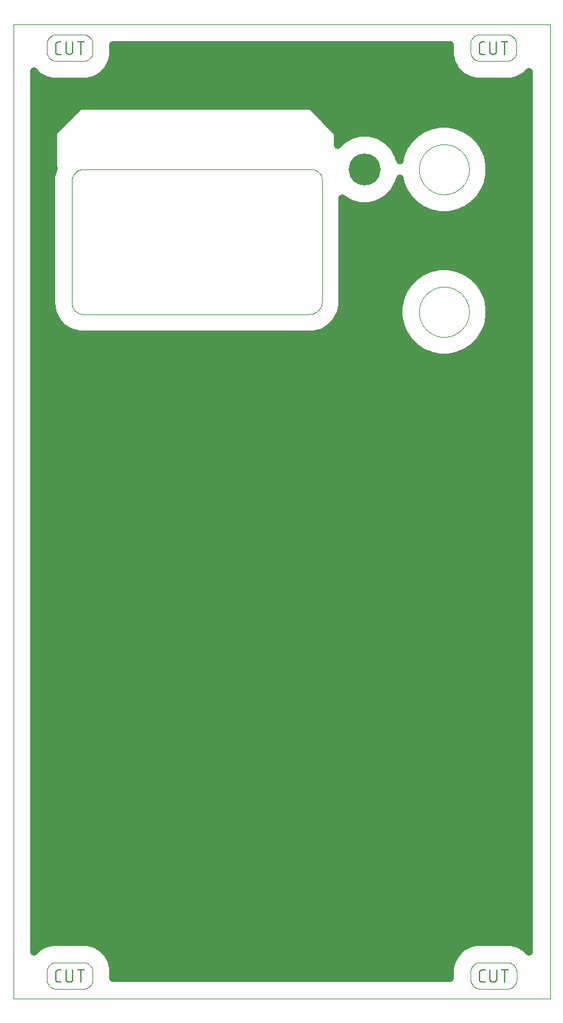
<source format=gbl>
G75*
%MOIN*%
%OFA0B0*%
%FSLAX25Y25*%
%IPPOS*%
%LPD*%
%AMOC8*
5,1,8,0,0,1.08239X$1,22.5*
%
%ADD10C,0.00000*%
%ADD11C,0.00600*%
%ADD12C,0.16598*%
%ADD13C,0.03937*%
%ADD14C,0.28409*%
%ADD15OC8,0.40220*%
D10*
X0003589Y0001000D02*
X0003589Y0507000D01*
X0282195Y0507000D01*
X0282195Y0001000D01*
X0003589Y0001000D01*
X0020912Y0011157D02*
X0020912Y0013205D01*
X0020912Y0015016D01*
X0020914Y0015153D01*
X0020920Y0015290D01*
X0020930Y0015427D01*
X0020943Y0015564D01*
X0020961Y0015700D01*
X0020982Y0015835D01*
X0021008Y0015970D01*
X0021037Y0016104D01*
X0021070Y0016237D01*
X0021107Y0016369D01*
X0021147Y0016500D01*
X0021191Y0016630D01*
X0021239Y0016759D01*
X0021291Y0016886D01*
X0021346Y0017011D01*
X0021405Y0017135D01*
X0021467Y0017257D01*
X0021533Y0017378D01*
X0021602Y0017496D01*
X0021674Y0017613D01*
X0021750Y0017727D01*
X0021829Y0017839D01*
X0021911Y0017949D01*
X0021997Y0018056D01*
X0022085Y0018161D01*
X0022176Y0018264D01*
X0022271Y0018363D01*
X0022368Y0018460D01*
X0022467Y0018555D01*
X0022570Y0018646D01*
X0022675Y0018734D01*
X0022782Y0018820D01*
X0022892Y0018902D01*
X0023004Y0018981D01*
X0023118Y0019057D01*
X0023235Y0019129D01*
X0023353Y0019198D01*
X0023474Y0019264D01*
X0023596Y0019326D01*
X0023720Y0019385D01*
X0023845Y0019440D01*
X0023972Y0019492D01*
X0024101Y0019540D01*
X0024231Y0019584D01*
X0024362Y0019624D01*
X0024494Y0019661D01*
X0024627Y0019694D01*
X0024761Y0019723D01*
X0024896Y0019749D01*
X0025031Y0019770D01*
X0025167Y0019788D01*
X0025304Y0019801D01*
X0025441Y0019811D01*
X0025578Y0019817D01*
X0025715Y0019819D01*
X0039809Y0019819D01*
X0039948Y0019817D01*
X0040087Y0019811D01*
X0040226Y0019801D01*
X0040364Y0019788D01*
X0040502Y0019770D01*
X0040640Y0019749D01*
X0040777Y0019724D01*
X0040913Y0019695D01*
X0041048Y0019662D01*
X0041182Y0019625D01*
X0041316Y0019585D01*
X0041448Y0019541D01*
X0041578Y0019493D01*
X0041707Y0019441D01*
X0041835Y0019386D01*
X0041961Y0019328D01*
X0042086Y0019266D01*
X0042209Y0019200D01*
X0042330Y0019131D01*
X0042448Y0019059D01*
X0042565Y0018983D01*
X0042680Y0018904D01*
X0042792Y0018822D01*
X0042902Y0018737D01*
X0043010Y0018648D01*
X0043115Y0018557D01*
X0043217Y0018463D01*
X0043317Y0018366D01*
X0043414Y0018266D01*
X0043508Y0018164D01*
X0043599Y0018059D01*
X0043688Y0017951D01*
X0043773Y0017841D01*
X0043855Y0017729D01*
X0043934Y0017614D01*
X0044010Y0017497D01*
X0044082Y0017379D01*
X0044151Y0017258D01*
X0044217Y0017135D01*
X0044279Y0017010D01*
X0044337Y0016884D01*
X0044392Y0016756D01*
X0044444Y0016627D01*
X0044492Y0016497D01*
X0044536Y0016365D01*
X0044576Y0016231D01*
X0044613Y0016097D01*
X0044646Y0015962D01*
X0044675Y0015826D01*
X0044700Y0015689D01*
X0044721Y0015551D01*
X0044739Y0015413D01*
X0044752Y0015275D01*
X0044762Y0015136D01*
X0044768Y0014997D01*
X0044770Y0014858D01*
X0044770Y0013165D01*
X0044770Y0011000D01*
X0044768Y0010861D01*
X0044762Y0010722D01*
X0044752Y0010583D01*
X0044739Y0010445D01*
X0044721Y0010307D01*
X0044700Y0010169D01*
X0044675Y0010032D01*
X0044646Y0009896D01*
X0044613Y0009761D01*
X0044576Y0009627D01*
X0044536Y0009493D01*
X0044492Y0009361D01*
X0044444Y0009231D01*
X0044392Y0009102D01*
X0044337Y0008974D01*
X0044279Y0008848D01*
X0044217Y0008723D01*
X0044151Y0008600D01*
X0044082Y0008479D01*
X0044010Y0008361D01*
X0043934Y0008244D01*
X0043855Y0008129D01*
X0043773Y0008017D01*
X0043688Y0007907D01*
X0043599Y0007799D01*
X0043508Y0007694D01*
X0043414Y0007592D01*
X0043317Y0007492D01*
X0043217Y0007395D01*
X0043115Y0007301D01*
X0043010Y0007210D01*
X0042902Y0007121D01*
X0042792Y0007036D01*
X0042680Y0006954D01*
X0042565Y0006875D01*
X0042448Y0006799D01*
X0042330Y0006727D01*
X0042209Y0006658D01*
X0042086Y0006592D01*
X0041961Y0006530D01*
X0041835Y0006472D01*
X0041707Y0006417D01*
X0041578Y0006365D01*
X0041448Y0006317D01*
X0041316Y0006273D01*
X0041182Y0006233D01*
X0041048Y0006196D01*
X0040913Y0006163D01*
X0040777Y0006134D01*
X0040640Y0006109D01*
X0040502Y0006088D01*
X0040364Y0006070D01*
X0040226Y0006057D01*
X0040087Y0006047D01*
X0039948Y0006041D01*
X0039809Y0006039D01*
X0026030Y0006039D01*
X0025889Y0006041D01*
X0025748Y0006047D01*
X0025607Y0006056D01*
X0025467Y0006070D01*
X0025327Y0006088D01*
X0025188Y0006109D01*
X0025049Y0006134D01*
X0024911Y0006163D01*
X0024774Y0006196D01*
X0024637Y0006232D01*
X0024502Y0006272D01*
X0024368Y0006316D01*
X0024235Y0006364D01*
X0024104Y0006415D01*
X0023974Y0006470D01*
X0023846Y0006529D01*
X0023719Y0006590D01*
X0023594Y0006656D01*
X0023471Y0006725D01*
X0023350Y0006797D01*
X0023231Y0006872D01*
X0023114Y0006951D01*
X0022999Y0007033D01*
X0022886Y0007118D01*
X0022776Y0007206D01*
X0022669Y0007297D01*
X0022564Y0007392D01*
X0022461Y0007489D01*
X0022362Y0007588D01*
X0022265Y0007691D01*
X0022170Y0007796D01*
X0022079Y0007903D01*
X0021991Y0008013D01*
X0021906Y0008126D01*
X0021824Y0008241D01*
X0021745Y0008358D01*
X0021670Y0008477D01*
X0021598Y0008598D01*
X0021529Y0008721D01*
X0021463Y0008846D01*
X0021402Y0008973D01*
X0021343Y0009101D01*
X0021288Y0009231D01*
X0021237Y0009362D01*
X0021189Y0009495D01*
X0021145Y0009629D01*
X0021105Y0009764D01*
X0021069Y0009901D01*
X0021036Y0010038D01*
X0021007Y0010176D01*
X0020982Y0010315D01*
X0020961Y0010454D01*
X0020943Y0010594D01*
X0020929Y0010734D01*
X0020920Y0010875D01*
X0020914Y0011016D01*
X0020912Y0011157D01*
X0039809Y0356512D02*
X0157132Y0356512D01*
X0157294Y0356514D01*
X0157455Y0356520D01*
X0157617Y0356530D01*
X0157778Y0356543D01*
X0157939Y0356561D01*
X0158099Y0356582D01*
X0158259Y0356608D01*
X0158418Y0356637D01*
X0158576Y0356670D01*
X0158734Y0356706D01*
X0158890Y0356747D01*
X0159046Y0356791D01*
X0159200Y0356840D01*
X0159353Y0356891D01*
X0159505Y0356947D01*
X0159656Y0357006D01*
X0159805Y0357069D01*
X0159952Y0357135D01*
X0160098Y0357205D01*
X0160242Y0357279D01*
X0160385Y0357356D01*
X0160525Y0357436D01*
X0160663Y0357520D01*
X0160800Y0357607D01*
X0160934Y0357697D01*
X0161066Y0357790D01*
X0161196Y0357887D01*
X0161323Y0357987D01*
X0161448Y0358089D01*
X0161570Y0358195D01*
X0161690Y0358304D01*
X0161807Y0358415D01*
X0161922Y0358530D01*
X0162033Y0358647D01*
X0162142Y0358767D01*
X0162248Y0358889D01*
X0162350Y0359014D01*
X0162450Y0359141D01*
X0162547Y0359271D01*
X0162640Y0359403D01*
X0162730Y0359537D01*
X0162817Y0359674D01*
X0162901Y0359812D01*
X0162981Y0359952D01*
X0163058Y0360095D01*
X0163132Y0360239D01*
X0163202Y0360385D01*
X0163268Y0360532D01*
X0163331Y0360681D01*
X0163390Y0360832D01*
X0163446Y0360984D01*
X0163497Y0361137D01*
X0163546Y0361291D01*
X0163590Y0361447D01*
X0163631Y0361603D01*
X0163667Y0361761D01*
X0163700Y0361919D01*
X0163729Y0362078D01*
X0163755Y0362238D01*
X0163776Y0362398D01*
X0163794Y0362559D01*
X0163807Y0362720D01*
X0163817Y0362882D01*
X0163823Y0363043D01*
X0163825Y0363205D01*
X0163825Y0424622D01*
X0163825Y0426197D01*
X0163823Y0426344D01*
X0163817Y0426490D01*
X0163807Y0426637D01*
X0163794Y0426783D01*
X0163776Y0426929D01*
X0163755Y0427074D01*
X0163730Y0427218D01*
X0163700Y0427362D01*
X0163668Y0427505D01*
X0163631Y0427647D01*
X0163590Y0427788D01*
X0163546Y0427928D01*
X0163498Y0428067D01*
X0163447Y0428204D01*
X0163391Y0428340D01*
X0163332Y0428475D01*
X0163270Y0428607D01*
X0163204Y0428739D01*
X0163135Y0428868D01*
X0163062Y0428995D01*
X0162986Y0429121D01*
X0162906Y0429244D01*
X0162823Y0429365D01*
X0162738Y0429484D01*
X0162648Y0429601D01*
X0162556Y0429715D01*
X0162461Y0429827D01*
X0162363Y0429936D01*
X0162262Y0430042D01*
X0162158Y0430146D01*
X0162052Y0430247D01*
X0161943Y0430345D01*
X0161831Y0430440D01*
X0161717Y0430532D01*
X0161600Y0430622D01*
X0161481Y0430707D01*
X0161360Y0430790D01*
X0161237Y0430870D01*
X0161111Y0430946D01*
X0160984Y0431019D01*
X0160855Y0431088D01*
X0160723Y0431154D01*
X0160591Y0431216D01*
X0160456Y0431275D01*
X0160320Y0431331D01*
X0160183Y0431382D01*
X0160044Y0431430D01*
X0159904Y0431474D01*
X0159763Y0431515D01*
X0159621Y0431552D01*
X0159478Y0431584D01*
X0159334Y0431614D01*
X0159190Y0431639D01*
X0159045Y0431660D01*
X0158899Y0431678D01*
X0158753Y0431691D01*
X0158606Y0431701D01*
X0158460Y0431707D01*
X0158313Y0431709D01*
X0039809Y0431709D01*
X0039657Y0431707D01*
X0039505Y0431701D01*
X0039353Y0431691D01*
X0039202Y0431678D01*
X0039051Y0431660D01*
X0038900Y0431639D01*
X0038750Y0431613D01*
X0038601Y0431584D01*
X0038452Y0431551D01*
X0038305Y0431514D01*
X0038158Y0431474D01*
X0038013Y0431429D01*
X0037869Y0431381D01*
X0037726Y0431329D01*
X0037584Y0431274D01*
X0037444Y0431215D01*
X0037305Y0431152D01*
X0037168Y0431086D01*
X0037033Y0431016D01*
X0036900Y0430943D01*
X0036769Y0430866D01*
X0036639Y0430786D01*
X0036512Y0430703D01*
X0036387Y0430617D01*
X0036264Y0430527D01*
X0036144Y0430434D01*
X0036026Y0430338D01*
X0035910Y0430239D01*
X0035797Y0430137D01*
X0035687Y0430033D01*
X0035579Y0429925D01*
X0035475Y0429815D01*
X0035373Y0429702D01*
X0035274Y0429586D01*
X0035178Y0429468D01*
X0035085Y0429348D01*
X0034995Y0429225D01*
X0034909Y0429100D01*
X0034826Y0428973D01*
X0034746Y0428843D01*
X0034669Y0428712D01*
X0034596Y0428579D01*
X0034526Y0428444D01*
X0034460Y0428307D01*
X0034397Y0428168D01*
X0034338Y0428028D01*
X0034283Y0427886D01*
X0034231Y0427743D01*
X0034183Y0427599D01*
X0034138Y0427454D01*
X0034098Y0427307D01*
X0034061Y0427160D01*
X0034028Y0427011D01*
X0033999Y0426862D01*
X0033973Y0426712D01*
X0033952Y0426561D01*
X0033934Y0426410D01*
X0033921Y0426259D01*
X0033911Y0426107D01*
X0033905Y0425955D01*
X0033903Y0425803D01*
X0033904Y0425803D02*
X0033904Y0425016D01*
X0033904Y0363205D01*
X0033903Y0363205D02*
X0033886Y0363053D01*
X0033873Y0362901D01*
X0033864Y0362748D01*
X0033858Y0362595D01*
X0033857Y0362442D01*
X0033860Y0362290D01*
X0033866Y0362137D01*
X0033876Y0361984D01*
X0033891Y0361832D01*
X0033909Y0361680D01*
X0033931Y0361529D01*
X0033957Y0361378D01*
X0033987Y0361228D01*
X0034020Y0361079D01*
X0034058Y0360931D01*
X0034099Y0360784D01*
X0034144Y0360637D01*
X0034193Y0360493D01*
X0034245Y0360349D01*
X0034302Y0360207D01*
X0034361Y0360066D01*
X0034425Y0359927D01*
X0034492Y0359789D01*
X0034562Y0359654D01*
X0034636Y0359520D01*
X0034714Y0359388D01*
X0034794Y0359258D01*
X0034878Y0359130D01*
X0034966Y0359005D01*
X0035056Y0358881D01*
X0035150Y0358760D01*
X0035246Y0358642D01*
X0035346Y0358526D01*
X0035449Y0358413D01*
X0035554Y0358302D01*
X0035662Y0358194D01*
X0035773Y0358089D01*
X0035887Y0357987D01*
X0036004Y0357887D01*
X0036122Y0357791D01*
X0036244Y0357698D01*
X0036367Y0357608D01*
X0036493Y0357521D01*
X0036621Y0357438D01*
X0036751Y0357357D01*
X0036884Y0357281D01*
X0037018Y0357207D01*
X0037154Y0357137D01*
X0037291Y0357071D01*
X0037431Y0357008D01*
X0037572Y0356949D01*
X0037714Y0356893D01*
X0037858Y0356841D01*
X0038003Y0356793D01*
X0038149Y0356748D01*
X0038297Y0356707D01*
X0038445Y0356670D01*
X0038594Y0356637D01*
X0038744Y0356608D01*
X0038895Y0356583D01*
X0039047Y0356561D01*
X0039198Y0356543D01*
X0039351Y0356530D01*
X0039503Y0356520D01*
X0039656Y0356514D01*
X0039809Y0356512D01*
X0039809Y0487929D02*
X0026030Y0487929D01*
X0025889Y0487931D01*
X0025748Y0487937D01*
X0025607Y0487946D01*
X0025467Y0487960D01*
X0025327Y0487978D01*
X0025188Y0487999D01*
X0025049Y0488024D01*
X0024911Y0488053D01*
X0024774Y0488086D01*
X0024637Y0488122D01*
X0024502Y0488162D01*
X0024368Y0488206D01*
X0024235Y0488254D01*
X0024104Y0488305D01*
X0023974Y0488360D01*
X0023846Y0488419D01*
X0023719Y0488480D01*
X0023594Y0488546D01*
X0023471Y0488615D01*
X0023350Y0488687D01*
X0023231Y0488762D01*
X0023114Y0488841D01*
X0022999Y0488923D01*
X0022886Y0489008D01*
X0022776Y0489096D01*
X0022669Y0489187D01*
X0022564Y0489282D01*
X0022461Y0489379D01*
X0022362Y0489478D01*
X0022265Y0489581D01*
X0022170Y0489686D01*
X0022079Y0489793D01*
X0021991Y0489903D01*
X0021906Y0490016D01*
X0021824Y0490131D01*
X0021745Y0490248D01*
X0021670Y0490367D01*
X0021598Y0490488D01*
X0021529Y0490611D01*
X0021463Y0490736D01*
X0021402Y0490863D01*
X0021343Y0490991D01*
X0021288Y0491121D01*
X0021237Y0491252D01*
X0021189Y0491385D01*
X0021145Y0491519D01*
X0021105Y0491654D01*
X0021069Y0491791D01*
X0021036Y0491928D01*
X0021007Y0492066D01*
X0020982Y0492205D01*
X0020961Y0492344D01*
X0020943Y0492484D01*
X0020929Y0492624D01*
X0020920Y0492765D01*
X0020914Y0492906D01*
X0020912Y0493047D01*
X0020912Y0495094D01*
X0020912Y0496906D01*
X0020914Y0497043D01*
X0020920Y0497180D01*
X0020930Y0497317D01*
X0020943Y0497454D01*
X0020961Y0497590D01*
X0020982Y0497725D01*
X0021008Y0497860D01*
X0021037Y0497994D01*
X0021070Y0498127D01*
X0021107Y0498259D01*
X0021147Y0498390D01*
X0021191Y0498520D01*
X0021239Y0498649D01*
X0021291Y0498776D01*
X0021346Y0498901D01*
X0021405Y0499025D01*
X0021467Y0499147D01*
X0021533Y0499268D01*
X0021602Y0499386D01*
X0021674Y0499503D01*
X0021750Y0499617D01*
X0021829Y0499729D01*
X0021911Y0499839D01*
X0021997Y0499946D01*
X0022085Y0500051D01*
X0022176Y0500154D01*
X0022271Y0500253D01*
X0022368Y0500350D01*
X0022467Y0500445D01*
X0022570Y0500536D01*
X0022675Y0500624D01*
X0022782Y0500710D01*
X0022892Y0500792D01*
X0023004Y0500871D01*
X0023118Y0500947D01*
X0023235Y0501019D01*
X0023353Y0501088D01*
X0023474Y0501154D01*
X0023596Y0501216D01*
X0023720Y0501275D01*
X0023845Y0501330D01*
X0023972Y0501382D01*
X0024101Y0501430D01*
X0024231Y0501474D01*
X0024362Y0501514D01*
X0024494Y0501551D01*
X0024627Y0501584D01*
X0024761Y0501613D01*
X0024896Y0501639D01*
X0025031Y0501660D01*
X0025167Y0501678D01*
X0025304Y0501691D01*
X0025441Y0501701D01*
X0025578Y0501707D01*
X0025715Y0501709D01*
X0039809Y0501709D01*
X0039948Y0501707D01*
X0040087Y0501701D01*
X0040226Y0501691D01*
X0040364Y0501678D01*
X0040502Y0501660D01*
X0040640Y0501639D01*
X0040777Y0501614D01*
X0040913Y0501585D01*
X0041048Y0501552D01*
X0041182Y0501515D01*
X0041316Y0501475D01*
X0041448Y0501431D01*
X0041578Y0501383D01*
X0041707Y0501331D01*
X0041835Y0501276D01*
X0041961Y0501218D01*
X0042086Y0501156D01*
X0042209Y0501090D01*
X0042330Y0501021D01*
X0042448Y0500949D01*
X0042565Y0500873D01*
X0042680Y0500794D01*
X0042792Y0500712D01*
X0042902Y0500627D01*
X0043010Y0500538D01*
X0043115Y0500447D01*
X0043217Y0500353D01*
X0043317Y0500256D01*
X0043414Y0500156D01*
X0043508Y0500054D01*
X0043599Y0499949D01*
X0043688Y0499841D01*
X0043773Y0499731D01*
X0043855Y0499619D01*
X0043934Y0499504D01*
X0044010Y0499387D01*
X0044082Y0499269D01*
X0044151Y0499148D01*
X0044217Y0499025D01*
X0044279Y0498900D01*
X0044337Y0498774D01*
X0044392Y0498646D01*
X0044444Y0498517D01*
X0044492Y0498387D01*
X0044536Y0498255D01*
X0044576Y0498121D01*
X0044613Y0497987D01*
X0044646Y0497852D01*
X0044675Y0497716D01*
X0044700Y0497579D01*
X0044721Y0497441D01*
X0044739Y0497303D01*
X0044752Y0497165D01*
X0044762Y0497026D01*
X0044768Y0496887D01*
X0044770Y0496748D01*
X0044770Y0495055D01*
X0044770Y0492890D01*
X0044768Y0492751D01*
X0044762Y0492612D01*
X0044752Y0492473D01*
X0044739Y0492335D01*
X0044721Y0492197D01*
X0044700Y0492059D01*
X0044675Y0491922D01*
X0044646Y0491786D01*
X0044613Y0491651D01*
X0044576Y0491517D01*
X0044536Y0491383D01*
X0044492Y0491251D01*
X0044444Y0491121D01*
X0044392Y0490992D01*
X0044337Y0490864D01*
X0044279Y0490738D01*
X0044217Y0490613D01*
X0044151Y0490490D01*
X0044082Y0490369D01*
X0044010Y0490251D01*
X0043934Y0490134D01*
X0043855Y0490019D01*
X0043773Y0489907D01*
X0043688Y0489797D01*
X0043599Y0489689D01*
X0043508Y0489584D01*
X0043414Y0489482D01*
X0043317Y0489382D01*
X0043217Y0489285D01*
X0043115Y0489191D01*
X0043010Y0489100D01*
X0042902Y0489011D01*
X0042792Y0488926D01*
X0042680Y0488844D01*
X0042565Y0488765D01*
X0042448Y0488689D01*
X0042330Y0488617D01*
X0042209Y0488548D01*
X0042086Y0488482D01*
X0041961Y0488420D01*
X0041835Y0488362D01*
X0041707Y0488307D01*
X0041578Y0488255D01*
X0041448Y0488207D01*
X0041316Y0488163D01*
X0041182Y0488123D01*
X0041048Y0488086D01*
X0040913Y0488053D01*
X0040777Y0488024D01*
X0040640Y0487999D01*
X0040502Y0487978D01*
X0040364Y0487960D01*
X0040226Y0487947D01*
X0040087Y0487937D01*
X0039948Y0487931D01*
X0039809Y0487929D01*
X0214219Y0431709D02*
X0214223Y0432028D01*
X0214235Y0432346D01*
X0214254Y0432665D01*
X0214282Y0432982D01*
X0214317Y0433299D01*
X0214360Y0433615D01*
X0214410Y0433930D01*
X0214469Y0434244D01*
X0214535Y0434556D01*
X0214608Y0434866D01*
X0214690Y0435174D01*
X0214778Y0435480D01*
X0214875Y0435784D01*
X0214978Y0436086D01*
X0215090Y0436385D01*
X0215208Y0436681D01*
X0215334Y0436974D01*
X0215466Y0437264D01*
X0215606Y0437550D01*
X0215753Y0437833D01*
X0215907Y0438113D01*
X0216067Y0438388D01*
X0216235Y0438660D01*
X0216409Y0438927D01*
X0216589Y0439190D01*
X0216776Y0439448D01*
X0216969Y0439702D01*
X0217168Y0439951D01*
X0217373Y0440195D01*
X0217585Y0440434D01*
X0217802Y0440668D01*
X0218024Y0440896D01*
X0218252Y0441118D01*
X0218486Y0441335D01*
X0218725Y0441547D01*
X0218969Y0441752D01*
X0219218Y0441951D01*
X0219472Y0442144D01*
X0219730Y0442331D01*
X0219993Y0442511D01*
X0220260Y0442685D01*
X0220532Y0442853D01*
X0220807Y0443013D01*
X0221087Y0443167D01*
X0221370Y0443314D01*
X0221656Y0443454D01*
X0221946Y0443586D01*
X0222239Y0443712D01*
X0222535Y0443830D01*
X0222834Y0443942D01*
X0223136Y0444045D01*
X0223440Y0444142D01*
X0223746Y0444230D01*
X0224054Y0444312D01*
X0224364Y0444385D01*
X0224676Y0444451D01*
X0224990Y0444510D01*
X0225305Y0444560D01*
X0225621Y0444603D01*
X0225938Y0444638D01*
X0226255Y0444666D01*
X0226574Y0444685D01*
X0226892Y0444697D01*
X0227211Y0444701D01*
X0227530Y0444697D01*
X0227848Y0444685D01*
X0228167Y0444666D01*
X0228484Y0444638D01*
X0228801Y0444603D01*
X0229117Y0444560D01*
X0229432Y0444510D01*
X0229746Y0444451D01*
X0230058Y0444385D01*
X0230368Y0444312D01*
X0230676Y0444230D01*
X0230982Y0444142D01*
X0231286Y0444045D01*
X0231588Y0443942D01*
X0231887Y0443830D01*
X0232183Y0443712D01*
X0232476Y0443586D01*
X0232766Y0443454D01*
X0233052Y0443314D01*
X0233335Y0443167D01*
X0233615Y0443013D01*
X0233890Y0442853D01*
X0234162Y0442685D01*
X0234429Y0442511D01*
X0234692Y0442331D01*
X0234950Y0442144D01*
X0235204Y0441951D01*
X0235453Y0441752D01*
X0235697Y0441547D01*
X0235936Y0441335D01*
X0236170Y0441118D01*
X0236398Y0440896D01*
X0236620Y0440668D01*
X0236837Y0440434D01*
X0237049Y0440195D01*
X0237254Y0439951D01*
X0237453Y0439702D01*
X0237646Y0439448D01*
X0237833Y0439190D01*
X0238013Y0438927D01*
X0238187Y0438660D01*
X0238355Y0438388D01*
X0238515Y0438113D01*
X0238669Y0437833D01*
X0238816Y0437550D01*
X0238956Y0437264D01*
X0239088Y0436974D01*
X0239214Y0436681D01*
X0239332Y0436385D01*
X0239444Y0436086D01*
X0239547Y0435784D01*
X0239644Y0435480D01*
X0239732Y0435174D01*
X0239814Y0434866D01*
X0239887Y0434556D01*
X0239953Y0434244D01*
X0240012Y0433930D01*
X0240062Y0433615D01*
X0240105Y0433299D01*
X0240140Y0432982D01*
X0240168Y0432665D01*
X0240187Y0432346D01*
X0240199Y0432028D01*
X0240203Y0431709D01*
X0240199Y0431390D01*
X0240187Y0431072D01*
X0240168Y0430753D01*
X0240140Y0430436D01*
X0240105Y0430119D01*
X0240062Y0429803D01*
X0240012Y0429488D01*
X0239953Y0429174D01*
X0239887Y0428862D01*
X0239814Y0428552D01*
X0239732Y0428244D01*
X0239644Y0427938D01*
X0239547Y0427634D01*
X0239444Y0427332D01*
X0239332Y0427033D01*
X0239214Y0426737D01*
X0239088Y0426444D01*
X0238956Y0426154D01*
X0238816Y0425868D01*
X0238669Y0425585D01*
X0238515Y0425305D01*
X0238355Y0425030D01*
X0238187Y0424758D01*
X0238013Y0424491D01*
X0237833Y0424228D01*
X0237646Y0423970D01*
X0237453Y0423716D01*
X0237254Y0423467D01*
X0237049Y0423223D01*
X0236837Y0422984D01*
X0236620Y0422750D01*
X0236398Y0422522D01*
X0236170Y0422300D01*
X0235936Y0422083D01*
X0235697Y0421871D01*
X0235453Y0421666D01*
X0235204Y0421467D01*
X0234950Y0421274D01*
X0234692Y0421087D01*
X0234429Y0420907D01*
X0234162Y0420733D01*
X0233890Y0420565D01*
X0233615Y0420405D01*
X0233335Y0420251D01*
X0233052Y0420104D01*
X0232766Y0419964D01*
X0232476Y0419832D01*
X0232183Y0419706D01*
X0231887Y0419588D01*
X0231588Y0419476D01*
X0231286Y0419373D01*
X0230982Y0419276D01*
X0230676Y0419188D01*
X0230368Y0419106D01*
X0230058Y0419033D01*
X0229746Y0418967D01*
X0229432Y0418908D01*
X0229117Y0418858D01*
X0228801Y0418815D01*
X0228484Y0418780D01*
X0228167Y0418752D01*
X0227848Y0418733D01*
X0227530Y0418721D01*
X0227211Y0418717D01*
X0226892Y0418721D01*
X0226574Y0418733D01*
X0226255Y0418752D01*
X0225938Y0418780D01*
X0225621Y0418815D01*
X0225305Y0418858D01*
X0224990Y0418908D01*
X0224676Y0418967D01*
X0224364Y0419033D01*
X0224054Y0419106D01*
X0223746Y0419188D01*
X0223440Y0419276D01*
X0223136Y0419373D01*
X0222834Y0419476D01*
X0222535Y0419588D01*
X0222239Y0419706D01*
X0221946Y0419832D01*
X0221656Y0419964D01*
X0221370Y0420104D01*
X0221087Y0420251D01*
X0220807Y0420405D01*
X0220532Y0420565D01*
X0220260Y0420733D01*
X0219993Y0420907D01*
X0219730Y0421087D01*
X0219472Y0421274D01*
X0219218Y0421467D01*
X0218969Y0421666D01*
X0218725Y0421871D01*
X0218486Y0422083D01*
X0218252Y0422300D01*
X0218024Y0422522D01*
X0217802Y0422750D01*
X0217585Y0422984D01*
X0217373Y0423223D01*
X0217168Y0423467D01*
X0216969Y0423716D01*
X0216776Y0423970D01*
X0216589Y0424228D01*
X0216409Y0424491D01*
X0216235Y0424758D01*
X0216067Y0425030D01*
X0215907Y0425305D01*
X0215753Y0425585D01*
X0215606Y0425868D01*
X0215466Y0426154D01*
X0215334Y0426444D01*
X0215208Y0426737D01*
X0215090Y0427033D01*
X0214978Y0427332D01*
X0214875Y0427634D01*
X0214778Y0427938D01*
X0214690Y0428244D01*
X0214608Y0428552D01*
X0214535Y0428862D01*
X0214469Y0429174D01*
X0214410Y0429488D01*
X0214360Y0429803D01*
X0214317Y0430119D01*
X0214282Y0430436D01*
X0214254Y0430753D01*
X0214235Y0431072D01*
X0214223Y0431390D01*
X0214219Y0431709D01*
X0245991Y0487929D02*
X0259770Y0487929D01*
X0259909Y0487931D01*
X0260048Y0487937D01*
X0260187Y0487947D01*
X0260325Y0487960D01*
X0260463Y0487978D01*
X0260601Y0487999D01*
X0260738Y0488024D01*
X0260874Y0488053D01*
X0261009Y0488086D01*
X0261143Y0488123D01*
X0261277Y0488163D01*
X0261409Y0488207D01*
X0261539Y0488255D01*
X0261668Y0488307D01*
X0261796Y0488362D01*
X0261922Y0488420D01*
X0262047Y0488482D01*
X0262170Y0488548D01*
X0262291Y0488617D01*
X0262409Y0488689D01*
X0262526Y0488765D01*
X0262641Y0488844D01*
X0262753Y0488926D01*
X0262863Y0489011D01*
X0262971Y0489100D01*
X0263076Y0489191D01*
X0263178Y0489285D01*
X0263278Y0489382D01*
X0263375Y0489482D01*
X0263469Y0489584D01*
X0263560Y0489689D01*
X0263649Y0489797D01*
X0263734Y0489907D01*
X0263816Y0490019D01*
X0263895Y0490134D01*
X0263971Y0490251D01*
X0264043Y0490369D01*
X0264112Y0490490D01*
X0264178Y0490613D01*
X0264240Y0490738D01*
X0264298Y0490864D01*
X0264353Y0490992D01*
X0264405Y0491121D01*
X0264453Y0491251D01*
X0264497Y0491383D01*
X0264537Y0491517D01*
X0264574Y0491651D01*
X0264607Y0491786D01*
X0264636Y0491922D01*
X0264661Y0492059D01*
X0264682Y0492197D01*
X0264700Y0492335D01*
X0264713Y0492473D01*
X0264723Y0492612D01*
X0264729Y0492751D01*
X0264731Y0492890D01*
X0264731Y0495055D01*
X0264731Y0496748D01*
X0264729Y0496887D01*
X0264723Y0497026D01*
X0264713Y0497165D01*
X0264700Y0497303D01*
X0264682Y0497441D01*
X0264661Y0497579D01*
X0264636Y0497716D01*
X0264607Y0497852D01*
X0264574Y0497987D01*
X0264537Y0498121D01*
X0264497Y0498255D01*
X0264453Y0498387D01*
X0264405Y0498517D01*
X0264353Y0498646D01*
X0264298Y0498774D01*
X0264240Y0498900D01*
X0264178Y0499025D01*
X0264112Y0499148D01*
X0264043Y0499269D01*
X0263971Y0499387D01*
X0263895Y0499504D01*
X0263816Y0499619D01*
X0263734Y0499731D01*
X0263649Y0499841D01*
X0263560Y0499949D01*
X0263469Y0500054D01*
X0263375Y0500156D01*
X0263278Y0500256D01*
X0263178Y0500353D01*
X0263076Y0500447D01*
X0262971Y0500538D01*
X0262863Y0500627D01*
X0262753Y0500712D01*
X0262641Y0500794D01*
X0262526Y0500873D01*
X0262409Y0500949D01*
X0262291Y0501021D01*
X0262170Y0501090D01*
X0262047Y0501156D01*
X0261922Y0501218D01*
X0261796Y0501276D01*
X0261668Y0501331D01*
X0261539Y0501383D01*
X0261409Y0501431D01*
X0261277Y0501475D01*
X0261143Y0501515D01*
X0261009Y0501552D01*
X0260874Y0501585D01*
X0260738Y0501614D01*
X0260601Y0501639D01*
X0260463Y0501660D01*
X0260325Y0501678D01*
X0260187Y0501691D01*
X0260048Y0501701D01*
X0259909Y0501707D01*
X0259770Y0501709D01*
X0245676Y0501709D01*
X0245539Y0501707D01*
X0245402Y0501701D01*
X0245265Y0501691D01*
X0245128Y0501678D01*
X0244992Y0501660D01*
X0244857Y0501639D01*
X0244722Y0501613D01*
X0244588Y0501584D01*
X0244455Y0501551D01*
X0244323Y0501514D01*
X0244192Y0501474D01*
X0244062Y0501430D01*
X0243933Y0501382D01*
X0243806Y0501330D01*
X0243681Y0501275D01*
X0243557Y0501216D01*
X0243435Y0501154D01*
X0243314Y0501088D01*
X0243196Y0501019D01*
X0243079Y0500947D01*
X0242965Y0500871D01*
X0242853Y0500792D01*
X0242743Y0500710D01*
X0242636Y0500624D01*
X0242531Y0500536D01*
X0242428Y0500445D01*
X0242329Y0500350D01*
X0242232Y0500253D01*
X0242137Y0500154D01*
X0242046Y0500051D01*
X0241958Y0499946D01*
X0241872Y0499839D01*
X0241790Y0499729D01*
X0241711Y0499617D01*
X0241635Y0499503D01*
X0241563Y0499386D01*
X0241494Y0499268D01*
X0241428Y0499147D01*
X0241366Y0499025D01*
X0241307Y0498901D01*
X0241252Y0498776D01*
X0241200Y0498649D01*
X0241152Y0498520D01*
X0241108Y0498390D01*
X0241068Y0498259D01*
X0241031Y0498127D01*
X0240998Y0497994D01*
X0240969Y0497860D01*
X0240943Y0497725D01*
X0240922Y0497590D01*
X0240904Y0497454D01*
X0240891Y0497317D01*
X0240881Y0497180D01*
X0240875Y0497043D01*
X0240873Y0496906D01*
X0240872Y0496906D02*
X0240872Y0495094D01*
X0240872Y0493047D01*
X0240873Y0493047D02*
X0240875Y0492906D01*
X0240881Y0492765D01*
X0240890Y0492624D01*
X0240904Y0492484D01*
X0240922Y0492344D01*
X0240943Y0492205D01*
X0240968Y0492066D01*
X0240997Y0491928D01*
X0241030Y0491791D01*
X0241066Y0491654D01*
X0241106Y0491519D01*
X0241150Y0491385D01*
X0241198Y0491252D01*
X0241249Y0491121D01*
X0241304Y0490991D01*
X0241363Y0490863D01*
X0241424Y0490736D01*
X0241490Y0490611D01*
X0241559Y0490488D01*
X0241631Y0490367D01*
X0241706Y0490248D01*
X0241785Y0490131D01*
X0241867Y0490016D01*
X0241952Y0489903D01*
X0242040Y0489793D01*
X0242131Y0489686D01*
X0242226Y0489581D01*
X0242323Y0489478D01*
X0242422Y0489379D01*
X0242525Y0489282D01*
X0242630Y0489187D01*
X0242737Y0489096D01*
X0242847Y0489008D01*
X0242960Y0488923D01*
X0243075Y0488841D01*
X0243192Y0488762D01*
X0243311Y0488687D01*
X0243432Y0488615D01*
X0243555Y0488546D01*
X0243680Y0488480D01*
X0243807Y0488419D01*
X0243935Y0488360D01*
X0244065Y0488305D01*
X0244196Y0488254D01*
X0244329Y0488206D01*
X0244463Y0488162D01*
X0244598Y0488122D01*
X0244735Y0488086D01*
X0244872Y0488053D01*
X0245010Y0488024D01*
X0245149Y0487999D01*
X0245288Y0487978D01*
X0245428Y0487960D01*
X0245568Y0487946D01*
X0245709Y0487937D01*
X0245850Y0487931D01*
X0245991Y0487929D01*
X0214219Y0357693D02*
X0214223Y0358012D01*
X0214235Y0358330D01*
X0214254Y0358649D01*
X0214282Y0358966D01*
X0214317Y0359283D01*
X0214360Y0359599D01*
X0214410Y0359914D01*
X0214469Y0360228D01*
X0214535Y0360540D01*
X0214608Y0360850D01*
X0214690Y0361158D01*
X0214778Y0361464D01*
X0214875Y0361768D01*
X0214978Y0362070D01*
X0215090Y0362369D01*
X0215208Y0362665D01*
X0215334Y0362958D01*
X0215466Y0363248D01*
X0215606Y0363534D01*
X0215753Y0363817D01*
X0215907Y0364097D01*
X0216067Y0364372D01*
X0216235Y0364644D01*
X0216409Y0364911D01*
X0216589Y0365174D01*
X0216776Y0365432D01*
X0216969Y0365686D01*
X0217168Y0365935D01*
X0217373Y0366179D01*
X0217585Y0366418D01*
X0217802Y0366652D01*
X0218024Y0366880D01*
X0218252Y0367102D01*
X0218486Y0367319D01*
X0218725Y0367531D01*
X0218969Y0367736D01*
X0219218Y0367935D01*
X0219472Y0368128D01*
X0219730Y0368315D01*
X0219993Y0368495D01*
X0220260Y0368669D01*
X0220532Y0368837D01*
X0220807Y0368997D01*
X0221087Y0369151D01*
X0221370Y0369298D01*
X0221656Y0369438D01*
X0221946Y0369570D01*
X0222239Y0369696D01*
X0222535Y0369814D01*
X0222834Y0369926D01*
X0223136Y0370029D01*
X0223440Y0370126D01*
X0223746Y0370214D01*
X0224054Y0370296D01*
X0224364Y0370369D01*
X0224676Y0370435D01*
X0224990Y0370494D01*
X0225305Y0370544D01*
X0225621Y0370587D01*
X0225938Y0370622D01*
X0226255Y0370650D01*
X0226574Y0370669D01*
X0226892Y0370681D01*
X0227211Y0370685D01*
X0227530Y0370681D01*
X0227848Y0370669D01*
X0228167Y0370650D01*
X0228484Y0370622D01*
X0228801Y0370587D01*
X0229117Y0370544D01*
X0229432Y0370494D01*
X0229746Y0370435D01*
X0230058Y0370369D01*
X0230368Y0370296D01*
X0230676Y0370214D01*
X0230982Y0370126D01*
X0231286Y0370029D01*
X0231588Y0369926D01*
X0231887Y0369814D01*
X0232183Y0369696D01*
X0232476Y0369570D01*
X0232766Y0369438D01*
X0233052Y0369298D01*
X0233335Y0369151D01*
X0233615Y0368997D01*
X0233890Y0368837D01*
X0234162Y0368669D01*
X0234429Y0368495D01*
X0234692Y0368315D01*
X0234950Y0368128D01*
X0235204Y0367935D01*
X0235453Y0367736D01*
X0235697Y0367531D01*
X0235936Y0367319D01*
X0236170Y0367102D01*
X0236398Y0366880D01*
X0236620Y0366652D01*
X0236837Y0366418D01*
X0237049Y0366179D01*
X0237254Y0365935D01*
X0237453Y0365686D01*
X0237646Y0365432D01*
X0237833Y0365174D01*
X0238013Y0364911D01*
X0238187Y0364644D01*
X0238355Y0364372D01*
X0238515Y0364097D01*
X0238669Y0363817D01*
X0238816Y0363534D01*
X0238956Y0363248D01*
X0239088Y0362958D01*
X0239214Y0362665D01*
X0239332Y0362369D01*
X0239444Y0362070D01*
X0239547Y0361768D01*
X0239644Y0361464D01*
X0239732Y0361158D01*
X0239814Y0360850D01*
X0239887Y0360540D01*
X0239953Y0360228D01*
X0240012Y0359914D01*
X0240062Y0359599D01*
X0240105Y0359283D01*
X0240140Y0358966D01*
X0240168Y0358649D01*
X0240187Y0358330D01*
X0240199Y0358012D01*
X0240203Y0357693D01*
X0240199Y0357374D01*
X0240187Y0357056D01*
X0240168Y0356737D01*
X0240140Y0356420D01*
X0240105Y0356103D01*
X0240062Y0355787D01*
X0240012Y0355472D01*
X0239953Y0355158D01*
X0239887Y0354846D01*
X0239814Y0354536D01*
X0239732Y0354228D01*
X0239644Y0353922D01*
X0239547Y0353618D01*
X0239444Y0353316D01*
X0239332Y0353017D01*
X0239214Y0352721D01*
X0239088Y0352428D01*
X0238956Y0352138D01*
X0238816Y0351852D01*
X0238669Y0351569D01*
X0238515Y0351289D01*
X0238355Y0351014D01*
X0238187Y0350742D01*
X0238013Y0350475D01*
X0237833Y0350212D01*
X0237646Y0349954D01*
X0237453Y0349700D01*
X0237254Y0349451D01*
X0237049Y0349207D01*
X0236837Y0348968D01*
X0236620Y0348734D01*
X0236398Y0348506D01*
X0236170Y0348284D01*
X0235936Y0348067D01*
X0235697Y0347855D01*
X0235453Y0347650D01*
X0235204Y0347451D01*
X0234950Y0347258D01*
X0234692Y0347071D01*
X0234429Y0346891D01*
X0234162Y0346717D01*
X0233890Y0346549D01*
X0233615Y0346389D01*
X0233335Y0346235D01*
X0233052Y0346088D01*
X0232766Y0345948D01*
X0232476Y0345816D01*
X0232183Y0345690D01*
X0231887Y0345572D01*
X0231588Y0345460D01*
X0231286Y0345357D01*
X0230982Y0345260D01*
X0230676Y0345172D01*
X0230368Y0345090D01*
X0230058Y0345017D01*
X0229746Y0344951D01*
X0229432Y0344892D01*
X0229117Y0344842D01*
X0228801Y0344799D01*
X0228484Y0344764D01*
X0228167Y0344736D01*
X0227848Y0344717D01*
X0227530Y0344705D01*
X0227211Y0344701D01*
X0226892Y0344705D01*
X0226574Y0344717D01*
X0226255Y0344736D01*
X0225938Y0344764D01*
X0225621Y0344799D01*
X0225305Y0344842D01*
X0224990Y0344892D01*
X0224676Y0344951D01*
X0224364Y0345017D01*
X0224054Y0345090D01*
X0223746Y0345172D01*
X0223440Y0345260D01*
X0223136Y0345357D01*
X0222834Y0345460D01*
X0222535Y0345572D01*
X0222239Y0345690D01*
X0221946Y0345816D01*
X0221656Y0345948D01*
X0221370Y0346088D01*
X0221087Y0346235D01*
X0220807Y0346389D01*
X0220532Y0346549D01*
X0220260Y0346717D01*
X0219993Y0346891D01*
X0219730Y0347071D01*
X0219472Y0347258D01*
X0219218Y0347451D01*
X0218969Y0347650D01*
X0218725Y0347855D01*
X0218486Y0348067D01*
X0218252Y0348284D01*
X0218024Y0348506D01*
X0217802Y0348734D01*
X0217585Y0348968D01*
X0217373Y0349207D01*
X0217168Y0349451D01*
X0216969Y0349700D01*
X0216776Y0349954D01*
X0216589Y0350212D01*
X0216409Y0350475D01*
X0216235Y0350742D01*
X0216067Y0351014D01*
X0215907Y0351289D01*
X0215753Y0351569D01*
X0215606Y0351852D01*
X0215466Y0352138D01*
X0215334Y0352428D01*
X0215208Y0352721D01*
X0215090Y0353017D01*
X0214978Y0353316D01*
X0214875Y0353618D01*
X0214778Y0353922D01*
X0214690Y0354228D01*
X0214608Y0354536D01*
X0214535Y0354846D01*
X0214469Y0355158D01*
X0214410Y0355472D01*
X0214360Y0355787D01*
X0214317Y0356103D01*
X0214282Y0356420D01*
X0214254Y0356737D01*
X0214235Y0357056D01*
X0214223Y0357374D01*
X0214219Y0357693D01*
X0245794Y0019819D02*
X0259888Y0019819D01*
X0260027Y0019817D01*
X0260166Y0019811D01*
X0260305Y0019801D01*
X0260443Y0019788D01*
X0260581Y0019770D01*
X0260719Y0019749D01*
X0260856Y0019724D01*
X0260992Y0019695D01*
X0261127Y0019662D01*
X0261261Y0019625D01*
X0261395Y0019585D01*
X0261527Y0019541D01*
X0261657Y0019493D01*
X0261786Y0019441D01*
X0261914Y0019386D01*
X0262040Y0019328D01*
X0262165Y0019266D01*
X0262288Y0019200D01*
X0262409Y0019131D01*
X0262527Y0019059D01*
X0262644Y0018983D01*
X0262759Y0018904D01*
X0262871Y0018822D01*
X0262981Y0018737D01*
X0263089Y0018648D01*
X0263194Y0018557D01*
X0263296Y0018463D01*
X0263396Y0018366D01*
X0263493Y0018266D01*
X0263587Y0018164D01*
X0263678Y0018059D01*
X0263767Y0017951D01*
X0263852Y0017841D01*
X0263934Y0017729D01*
X0264013Y0017614D01*
X0264089Y0017497D01*
X0264161Y0017379D01*
X0264230Y0017258D01*
X0264296Y0017135D01*
X0264358Y0017010D01*
X0264416Y0016884D01*
X0264471Y0016756D01*
X0264523Y0016627D01*
X0264571Y0016497D01*
X0264615Y0016365D01*
X0264655Y0016231D01*
X0264692Y0016097D01*
X0264725Y0015962D01*
X0264754Y0015826D01*
X0264779Y0015689D01*
X0264800Y0015551D01*
X0264818Y0015413D01*
X0264831Y0015275D01*
X0264841Y0015136D01*
X0264847Y0014997D01*
X0264849Y0014858D01*
X0264849Y0013165D01*
X0264849Y0011000D01*
X0264847Y0010861D01*
X0264841Y0010722D01*
X0264831Y0010583D01*
X0264818Y0010445D01*
X0264800Y0010307D01*
X0264779Y0010169D01*
X0264754Y0010032D01*
X0264725Y0009896D01*
X0264692Y0009761D01*
X0264655Y0009627D01*
X0264615Y0009493D01*
X0264571Y0009361D01*
X0264523Y0009231D01*
X0264471Y0009102D01*
X0264416Y0008974D01*
X0264358Y0008848D01*
X0264296Y0008723D01*
X0264230Y0008600D01*
X0264161Y0008479D01*
X0264089Y0008361D01*
X0264013Y0008244D01*
X0263934Y0008129D01*
X0263852Y0008017D01*
X0263767Y0007907D01*
X0263678Y0007799D01*
X0263587Y0007694D01*
X0263493Y0007592D01*
X0263396Y0007492D01*
X0263296Y0007395D01*
X0263194Y0007301D01*
X0263089Y0007210D01*
X0262981Y0007121D01*
X0262871Y0007036D01*
X0262759Y0006954D01*
X0262644Y0006875D01*
X0262527Y0006799D01*
X0262409Y0006727D01*
X0262288Y0006658D01*
X0262165Y0006592D01*
X0262040Y0006530D01*
X0261914Y0006472D01*
X0261786Y0006417D01*
X0261657Y0006365D01*
X0261527Y0006317D01*
X0261395Y0006273D01*
X0261261Y0006233D01*
X0261127Y0006196D01*
X0260992Y0006163D01*
X0260856Y0006134D01*
X0260719Y0006109D01*
X0260581Y0006088D01*
X0260443Y0006070D01*
X0260305Y0006057D01*
X0260166Y0006047D01*
X0260027Y0006041D01*
X0259888Y0006039D01*
X0246109Y0006039D01*
X0245968Y0006041D01*
X0245827Y0006047D01*
X0245686Y0006056D01*
X0245546Y0006070D01*
X0245406Y0006088D01*
X0245267Y0006109D01*
X0245128Y0006134D01*
X0244990Y0006163D01*
X0244853Y0006196D01*
X0244716Y0006232D01*
X0244581Y0006272D01*
X0244447Y0006316D01*
X0244314Y0006364D01*
X0244183Y0006415D01*
X0244053Y0006470D01*
X0243925Y0006529D01*
X0243798Y0006590D01*
X0243673Y0006656D01*
X0243550Y0006725D01*
X0243429Y0006797D01*
X0243310Y0006872D01*
X0243193Y0006951D01*
X0243078Y0007033D01*
X0242965Y0007118D01*
X0242855Y0007206D01*
X0242748Y0007297D01*
X0242643Y0007392D01*
X0242540Y0007489D01*
X0242441Y0007588D01*
X0242344Y0007691D01*
X0242249Y0007796D01*
X0242158Y0007903D01*
X0242070Y0008013D01*
X0241985Y0008126D01*
X0241903Y0008241D01*
X0241824Y0008358D01*
X0241749Y0008477D01*
X0241677Y0008598D01*
X0241608Y0008721D01*
X0241542Y0008846D01*
X0241481Y0008973D01*
X0241422Y0009101D01*
X0241367Y0009231D01*
X0241316Y0009362D01*
X0241268Y0009495D01*
X0241224Y0009629D01*
X0241184Y0009764D01*
X0241148Y0009901D01*
X0241115Y0010038D01*
X0241086Y0010176D01*
X0241061Y0010315D01*
X0241040Y0010454D01*
X0241022Y0010594D01*
X0241008Y0010734D01*
X0240999Y0010875D01*
X0240993Y0011016D01*
X0240991Y0011157D01*
X0240991Y0013205D01*
X0240991Y0015016D01*
X0240993Y0015153D01*
X0240999Y0015290D01*
X0241009Y0015427D01*
X0241022Y0015564D01*
X0241040Y0015700D01*
X0241061Y0015835D01*
X0241087Y0015970D01*
X0241116Y0016104D01*
X0241149Y0016237D01*
X0241186Y0016369D01*
X0241226Y0016500D01*
X0241270Y0016630D01*
X0241318Y0016759D01*
X0241370Y0016886D01*
X0241425Y0017011D01*
X0241484Y0017135D01*
X0241546Y0017257D01*
X0241612Y0017378D01*
X0241681Y0017496D01*
X0241753Y0017613D01*
X0241829Y0017727D01*
X0241908Y0017839D01*
X0241990Y0017949D01*
X0242076Y0018056D01*
X0242164Y0018161D01*
X0242255Y0018264D01*
X0242350Y0018363D01*
X0242447Y0018460D01*
X0242546Y0018555D01*
X0242649Y0018646D01*
X0242754Y0018734D01*
X0242861Y0018820D01*
X0242971Y0018902D01*
X0243083Y0018981D01*
X0243197Y0019057D01*
X0243314Y0019129D01*
X0243432Y0019198D01*
X0243553Y0019264D01*
X0243675Y0019326D01*
X0243799Y0019385D01*
X0243924Y0019440D01*
X0244051Y0019492D01*
X0244180Y0019540D01*
X0244310Y0019584D01*
X0244441Y0019624D01*
X0244573Y0019661D01*
X0244706Y0019694D01*
X0244840Y0019723D01*
X0244975Y0019749D01*
X0245110Y0019770D01*
X0245246Y0019788D01*
X0245383Y0019801D01*
X0245520Y0019811D01*
X0245657Y0019817D01*
X0245794Y0019819D01*
D11*
X0247043Y0015968D02*
X0248466Y0015968D01*
X0247043Y0015967D02*
X0246969Y0015965D01*
X0246894Y0015959D01*
X0246821Y0015949D01*
X0246747Y0015936D01*
X0246675Y0015919D01*
X0246604Y0015897D01*
X0246533Y0015873D01*
X0246465Y0015844D01*
X0246397Y0015812D01*
X0246332Y0015776D01*
X0246269Y0015738D01*
X0246207Y0015695D01*
X0246148Y0015650D01*
X0246091Y0015602D01*
X0246037Y0015551D01*
X0245986Y0015496D01*
X0245938Y0015440D01*
X0245893Y0015381D01*
X0245850Y0015319D01*
X0245812Y0015256D01*
X0245776Y0015191D01*
X0245744Y0015123D01*
X0245715Y0015055D01*
X0245691Y0014984D01*
X0245669Y0014913D01*
X0245652Y0014841D01*
X0245639Y0014767D01*
X0245629Y0014694D01*
X0245623Y0014619D01*
X0245621Y0014545D01*
X0245621Y0010990D01*
X0245623Y0010916D01*
X0245629Y0010841D01*
X0245639Y0010768D01*
X0245652Y0010694D01*
X0245669Y0010622D01*
X0245691Y0010551D01*
X0245715Y0010480D01*
X0245744Y0010412D01*
X0245776Y0010344D01*
X0245812Y0010279D01*
X0245850Y0010216D01*
X0245893Y0010154D01*
X0245938Y0010095D01*
X0245986Y0010038D01*
X0246037Y0009984D01*
X0246091Y0009933D01*
X0246148Y0009885D01*
X0246207Y0009840D01*
X0246269Y0009797D01*
X0246332Y0009759D01*
X0246397Y0009723D01*
X0246465Y0009691D01*
X0246533Y0009662D01*
X0246604Y0009638D01*
X0246675Y0009616D01*
X0246747Y0009599D01*
X0246821Y0009586D01*
X0246894Y0009576D01*
X0246969Y0009570D01*
X0247043Y0009568D01*
X0248466Y0009568D01*
X0250970Y0011345D02*
X0250970Y0015968D01*
X0254526Y0015968D02*
X0254526Y0011345D01*
X0254524Y0011262D01*
X0254518Y0011179D01*
X0254508Y0011096D01*
X0254495Y0011013D01*
X0254477Y0010932D01*
X0254456Y0010851D01*
X0254431Y0010772D01*
X0254402Y0010694D01*
X0254370Y0010617D01*
X0254334Y0010542D01*
X0254295Y0010468D01*
X0254252Y0010397D01*
X0254206Y0010327D01*
X0254156Y0010260D01*
X0254104Y0010195D01*
X0254049Y0010133D01*
X0253990Y0010073D01*
X0253929Y0010016D01*
X0253866Y0009962D01*
X0253800Y0009911D01*
X0253731Y0009864D01*
X0253661Y0009819D01*
X0253588Y0009778D01*
X0253514Y0009741D01*
X0253438Y0009706D01*
X0253360Y0009676D01*
X0253282Y0009649D01*
X0253201Y0009626D01*
X0253120Y0009606D01*
X0253038Y0009591D01*
X0252956Y0009579D01*
X0252873Y0009571D01*
X0252790Y0009567D01*
X0252706Y0009567D01*
X0252623Y0009571D01*
X0252540Y0009579D01*
X0252458Y0009591D01*
X0252376Y0009606D01*
X0252295Y0009626D01*
X0252214Y0009649D01*
X0252136Y0009676D01*
X0252058Y0009706D01*
X0251982Y0009741D01*
X0251908Y0009778D01*
X0251835Y0009819D01*
X0251765Y0009864D01*
X0251696Y0009911D01*
X0251630Y0009962D01*
X0251567Y0010016D01*
X0251506Y0010073D01*
X0251447Y0010133D01*
X0251392Y0010195D01*
X0251340Y0010260D01*
X0251290Y0010327D01*
X0251244Y0010397D01*
X0251201Y0010468D01*
X0251162Y0010542D01*
X0251126Y0010617D01*
X0251094Y0010694D01*
X0251065Y0010772D01*
X0251040Y0010851D01*
X0251019Y0010932D01*
X0251001Y0011013D01*
X0250988Y0011096D01*
X0250978Y0011179D01*
X0250972Y0011262D01*
X0250970Y0011345D01*
X0256919Y0015968D02*
X0260475Y0015968D01*
X0258697Y0015968D02*
X0258697Y0009568D01*
X0040396Y0015968D02*
X0036840Y0015968D01*
X0038618Y0015968D02*
X0038618Y0009568D01*
X0034447Y0011345D02*
X0034447Y0015968D01*
X0034447Y0011345D02*
X0034445Y0011262D01*
X0034439Y0011179D01*
X0034429Y0011096D01*
X0034416Y0011013D01*
X0034398Y0010932D01*
X0034377Y0010851D01*
X0034352Y0010772D01*
X0034323Y0010694D01*
X0034291Y0010617D01*
X0034255Y0010542D01*
X0034216Y0010468D01*
X0034173Y0010397D01*
X0034127Y0010327D01*
X0034077Y0010260D01*
X0034025Y0010195D01*
X0033970Y0010133D01*
X0033911Y0010073D01*
X0033850Y0010016D01*
X0033787Y0009962D01*
X0033721Y0009911D01*
X0033652Y0009864D01*
X0033582Y0009819D01*
X0033509Y0009778D01*
X0033435Y0009741D01*
X0033359Y0009706D01*
X0033281Y0009676D01*
X0033203Y0009649D01*
X0033122Y0009626D01*
X0033041Y0009606D01*
X0032959Y0009591D01*
X0032877Y0009579D01*
X0032794Y0009571D01*
X0032711Y0009567D01*
X0032627Y0009567D01*
X0032544Y0009571D01*
X0032461Y0009579D01*
X0032379Y0009591D01*
X0032297Y0009606D01*
X0032216Y0009626D01*
X0032135Y0009649D01*
X0032057Y0009676D01*
X0031979Y0009706D01*
X0031903Y0009741D01*
X0031829Y0009778D01*
X0031756Y0009819D01*
X0031686Y0009864D01*
X0031617Y0009911D01*
X0031551Y0009962D01*
X0031488Y0010016D01*
X0031427Y0010073D01*
X0031368Y0010133D01*
X0031313Y0010195D01*
X0031261Y0010260D01*
X0031211Y0010327D01*
X0031165Y0010397D01*
X0031122Y0010468D01*
X0031083Y0010542D01*
X0031047Y0010617D01*
X0031015Y0010694D01*
X0030986Y0010772D01*
X0030961Y0010851D01*
X0030940Y0010932D01*
X0030922Y0011013D01*
X0030909Y0011096D01*
X0030899Y0011179D01*
X0030893Y0011262D01*
X0030891Y0011345D01*
X0030892Y0011345D02*
X0030892Y0015968D01*
X0028387Y0015968D02*
X0026965Y0015968D01*
X0026965Y0015967D02*
X0026891Y0015965D01*
X0026816Y0015959D01*
X0026743Y0015949D01*
X0026669Y0015936D01*
X0026597Y0015919D01*
X0026526Y0015897D01*
X0026455Y0015873D01*
X0026387Y0015844D01*
X0026319Y0015812D01*
X0026254Y0015776D01*
X0026191Y0015738D01*
X0026129Y0015695D01*
X0026070Y0015650D01*
X0026013Y0015602D01*
X0025959Y0015551D01*
X0025908Y0015496D01*
X0025860Y0015440D01*
X0025815Y0015381D01*
X0025772Y0015319D01*
X0025734Y0015256D01*
X0025698Y0015191D01*
X0025666Y0015123D01*
X0025637Y0015055D01*
X0025613Y0014984D01*
X0025591Y0014913D01*
X0025574Y0014841D01*
X0025561Y0014767D01*
X0025551Y0014694D01*
X0025545Y0014619D01*
X0025543Y0014545D01*
X0025543Y0010990D01*
X0025545Y0010916D01*
X0025551Y0010841D01*
X0025561Y0010768D01*
X0025574Y0010694D01*
X0025591Y0010622D01*
X0025613Y0010551D01*
X0025637Y0010480D01*
X0025666Y0010412D01*
X0025698Y0010344D01*
X0025734Y0010279D01*
X0025772Y0010216D01*
X0025815Y0010154D01*
X0025860Y0010095D01*
X0025908Y0010038D01*
X0025959Y0009984D01*
X0026013Y0009933D01*
X0026070Y0009885D01*
X0026129Y0009840D01*
X0026191Y0009797D01*
X0026254Y0009759D01*
X0026319Y0009723D01*
X0026387Y0009691D01*
X0026455Y0009662D01*
X0026526Y0009638D01*
X0026597Y0009616D01*
X0026669Y0009599D01*
X0026743Y0009586D01*
X0026816Y0009576D01*
X0026891Y0009570D01*
X0026965Y0009568D01*
X0028387Y0009568D01*
X0028387Y0491457D02*
X0026965Y0491457D01*
X0026965Y0491458D02*
X0026891Y0491460D01*
X0026816Y0491466D01*
X0026743Y0491476D01*
X0026669Y0491489D01*
X0026597Y0491506D01*
X0026526Y0491528D01*
X0026455Y0491552D01*
X0026387Y0491581D01*
X0026319Y0491613D01*
X0026254Y0491649D01*
X0026191Y0491687D01*
X0026129Y0491730D01*
X0026070Y0491775D01*
X0026013Y0491823D01*
X0025959Y0491874D01*
X0025908Y0491928D01*
X0025860Y0491985D01*
X0025815Y0492044D01*
X0025772Y0492106D01*
X0025734Y0492169D01*
X0025698Y0492234D01*
X0025666Y0492302D01*
X0025637Y0492370D01*
X0025613Y0492441D01*
X0025591Y0492512D01*
X0025574Y0492584D01*
X0025561Y0492658D01*
X0025551Y0492731D01*
X0025545Y0492806D01*
X0025543Y0492880D01*
X0025543Y0496435D01*
X0025545Y0496509D01*
X0025551Y0496584D01*
X0025561Y0496657D01*
X0025574Y0496731D01*
X0025591Y0496803D01*
X0025613Y0496874D01*
X0025637Y0496945D01*
X0025666Y0497013D01*
X0025698Y0497081D01*
X0025734Y0497146D01*
X0025772Y0497209D01*
X0025815Y0497271D01*
X0025860Y0497330D01*
X0025908Y0497386D01*
X0025959Y0497441D01*
X0026013Y0497492D01*
X0026070Y0497540D01*
X0026129Y0497585D01*
X0026191Y0497628D01*
X0026254Y0497666D01*
X0026319Y0497702D01*
X0026387Y0497734D01*
X0026455Y0497763D01*
X0026526Y0497787D01*
X0026597Y0497809D01*
X0026669Y0497826D01*
X0026743Y0497839D01*
X0026816Y0497849D01*
X0026891Y0497855D01*
X0026965Y0497857D01*
X0028387Y0497857D01*
X0030892Y0497857D02*
X0030892Y0493235D01*
X0030891Y0493235D02*
X0030893Y0493152D01*
X0030899Y0493069D01*
X0030909Y0492986D01*
X0030922Y0492903D01*
X0030940Y0492822D01*
X0030961Y0492741D01*
X0030986Y0492662D01*
X0031015Y0492584D01*
X0031047Y0492507D01*
X0031083Y0492432D01*
X0031122Y0492358D01*
X0031165Y0492287D01*
X0031211Y0492217D01*
X0031261Y0492150D01*
X0031313Y0492085D01*
X0031368Y0492023D01*
X0031427Y0491963D01*
X0031488Y0491906D01*
X0031551Y0491852D01*
X0031617Y0491801D01*
X0031686Y0491754D01*
X0031756Y0491709D01*
X0031829Y0491668D01*
X0031903Y0491631D01*
X0031979Y0491596D01*
X0032057Y0491566D01*
X0032135Y0491539D01*
X0032216Y0491516D01*
X0032297Y0491496D01*
X0032379Y0491481D01*
X0032461Y0491469D01*
X0032544Y0491461D01*
X0032627Y0491457D01*
X0032711Y0491457D01*
X0032794Y0491461D01*
X0032877Y0491469D01*
X0032959Y0491481D01*
X0033041Y0491496D01*
X0033122Y0491516D01*
X0033203Y0491539D01*
X0033281Y0491566D01*
X0033359Y0491596D01*
X0033435Y0491631D01*
X0033509Y0491668D01*
X0033582Y0491709D01*
X0033652Y0491754D01*
X0033721Y0491801D01*
X0033787Y0491852D01*
X0033850Y0491906D01*
X0033911Y0491963D01*
X0033970Y0492023D01*
X0034025Y0492085D01*
X0034077Y0492150D01*
X0034127Y0492217D01*
X0034173Y0492287D01*
X0034216Y0492358D01*
X0034255Y0492432D01*
X0034291Y0492507D01*
X0034323Y0492584D01*
X0034352Y0492662D01*
X0034377Y0492741D01*
X0034398Y0492822D01*
X0034416Y0492903D01*
X0034429Y0492986D01*
X0034439Y0493069D01*
X0034445Y0493152D01*
X0034447Y0493235D01*
X0034447Y0497857D01*
X0036840Y0497857D02*
X0040396Y0497857D01*
X0038618Y0497857D02*
X0038618Y0491457D01*
X0245503Y0492880D02*
X0245503Y0496435D01*
X0245505Y0496509D01*
X0245511Y0496584D01*
X0245521Y0496657D01*
X0245534Y0496731D01*
X0245551Y0496803D01*
X0245573Y0496874D01*
X0245597Y0496945D01*
X0245626Y0497013D01*
X0245658Y0497081D01*
X0245694Y0497146D01*
X0245732Y0497209D01*
X0245775Y0497271D01*
X0245820Y0497330D01*
X0245868Y0497386D01*
X0245919Y0497441D01*
X0245973Y0497492D01*
X0246030Y0497540D01*
X0246089Y0497585D01*
X0246151Y0497628D01*
X0246214Y0497666D01*
X0246279Y0497702D01*
X0246347Y0497734D01*
X0246415Y0497763D01*
X0246486Y0497787D01*
X0246557Y0497809D01*
X0246629Y0497826D01*
X0246703Y0497839D01*
X0246776Y0497849D01*
X0246851Y0497855D01*
X0246925Y0497857D01*
X0248348Y0497857D01*
X0250852Y0497857D02*
X0250852Y0493235D01*
X0250854Y0493152D01*
X0250860Y0493069D01*
X0250870Y0492986D01*
X0250883Y0492903D01*
X0250901Y0492822D01*
X0250922Y0492741D01*
X0250947Y0492662D01*
X0250976Y0492584D01*
X0251008Y0492507D01*
X0251044Y0492432D01*
X0251083Y0492358D01*
X0251126Y0492287D01*
X0251172Y0492217D01*
X0251222Y0492150D01*
X0251274Y0492085D01*
X0251329Y0492023D01*
X0251388Y0491963D01*
X0251449Y0491906D01*
X0251512Y0491852D01*
X0251578Y0491801D01*
X0251647Y0491754D01*
X0251717Y0491709D01*
X0251790Y0491668D01*
X0251864Y0491631D01*
X0251940Y0491596D01*
X0252018Y0491566D01*
X0252096Y0491539D01*
X0252177Y0491516D01*
X0252258Y0491496D01*
X0252340Y0491481D01*
X0252422Y0491469D01*
X0252505Y0491461D01*
X0252588Y0491457D01*
X0252672Y0491457D01*
X0252755Y0491461D01*
X0252838Y0491469D01*
X0252920Y0491481D01*
X0253002Y0491496D01*
X0253083Y0491516D01*
X0253164Y0491539D01*
X0253242Y0491566D01*
X0253320Y0491596D01*
X0253396Y0491631D01*
X0253470Y0491668D01*
X0253543Y0491709D01*
X0253613Y0491754D01*
X0253682Y0491801D01*
X0253748Y0491852D01*
X0253811Y0491906D01*
X0253872Y0491963D01*
X0253931Y0492023D01*
X0253986Y0492085D01*
X0254038Y0492150D01*
X0254088Y0492217D01*
X0254134Y0492287D01*
X0254177Y0492358D01*
X0254216Y0492432D01*
X0254252Y0492507D01*
X0254284Y0492584D01*
X0254313Y0492662D01*
X0254338Y0492741D01*
X0254359Y0492822D01*
X0254377Y0492903D01*
X0254390Y0492986D01*
X0254400Y0493069D01*
X0254406Y0493152D01*
X0254408Y0493235D01*
X0254408Y0497857D01*
X0256801Y0497857D02*
X0260357Y0497857D01*
X0258579Y0497857D02*
X0258579Y0491457D01*
X0248348Y0491457D02*
X0246925Y0491457D01*
X0246925Y0491458D02*
X0246851Y0491460D01*
X0246776Y0491466D01*
X0246703Y0491476D01*
X0246629Y0491489D01*
X0246557Y0491506D01*
X0246486Y0491528D01*
X0246415Y0491552D01*
X0246347Y0491581D01*
X0246279Y0491613D01*
X0246214Y0491649D01*
X0246151Y0491687D01*
X0246089Y0491730D01*
X0246030Y0491775D01*
X0245973Y0491823D01*
X0245919Y0491874D01*
X0245868Y0491928D01*
X0245820Y0491985D01*
X0245775Y0492044D01*
X0245732Y0492106D01*
X0245694Y0492169D01*
X0245658Y0492234D01*
X0245626Y0492302D01*
X0245597Y0492370D01*
X0245573Y0492441D01*
X0245551Y0492512D01*
X0245534Y0492584D01*
X0245521Y0492658D01*
X0245511Y0492731D01*
X0245505Y0492806D01*
X0245503Y0492880D01*
D12*
X0185872Y0431709D03*
D13*
X0178412Y0414230D02*
X0174394Y0414230D01*
X0174394Y0416549D02*
X0178590Y0414127D01*
X0183388Y0412841D01*
X0188356Y0412841D01*
X0193155Y0414127D01*
X0197457Y0416611D01*
X0200970Y0420124D01*
X0203454Y0424426D01*
X0204133Y0426960D01*
X0204556Y0424836D01*
X0206332Y0420549D01*
X0208910Y0416690D01*
X0212192Y0413408D01*
X0216051Y0410830D01*
X0220339Y0409053D01*
X0224890Y0408148D01*
X0229532Y0408148D01*
X0234083Y0409053D01*
X0238371Y0410830D01*
X0242230Y0413408D01*
X0245512Y0416690D01*
X0248090Y0420549D01*
X0249866Y0424836D01*
X0250772Y0429388D01*
X0250772Y0434029D01*
X0249866Y0438581D01*
X0248090Y0442869D01*
X0245512Y0446728D01*
X0242230Y0450009D01*
X0238371Y0452588D01*
X0234083Y0454364D01*
X0229532Y0455269D01*
X0224890Y0455269D01*
X0220339Y0454364D01*
X0216051Y0452588D01*
X0212192Y0450009D01*
X0208910Y0446728D01*
X0206332Y0442869D01*
X0204556Y0438581D01*
X0204133Y0436457D01*
X0203454Y0438991D01*
X0200970Y0443294D01*
X0197457Y0446807D01*
X0193155Y0449291D01*
X0188356Y0450576D01*
X0183388Y0450576D01*
X0178590Y0449291D01*
X0174287Y0446807D01*
X0171896Y0444415D01*
X0171896Y0450406D01*
X0171447Y0451491D01*
X0159635Y0463303D01*
X0158805Y0464133D01*
X0157720Y0464583D01*
X0038435Y0464583D01*
X0037349Y0464133D01*
X0025538Y0452322D01*
X0024708Y0451491D01*
X0024258Y0450406D01*
X0024258Y0433484D01*
X0024661Y0432512D01*
X0024458Y0432162D01*
X0024458Y0432162D01*
X0023335Y0427972D01*
X0023335Y0363865D01*
X0023125Y0362189D01*
X0023864Y0357547D01*
X0025867Y0353296D01*
X0025867Y0353296D01*
X0028977Y0349771D01*
X0032946Y0347254D01*
X0037459Y0345943D01*
X0159405Y0345943D01*
X0163795Y0347120D01*
X0167731Y0349392D01*
X0170945Y0352606D01*
X0173217Y0356542D01*
X0174394Y0360932D01*
X0174394Y0416549D01*
X0174394Y0410294D02*
X0217344Y0410294D01*
X0211370Y0414230D02*
X0193333Y0414230D01*
X0199012Y0418165D02*
X0207924Y0418165D01*
X0205689Y0422101D02*
X0202112Y0422101D01*
X0203886Y0426036D02*
X0204317Y0426036D01*
X0204409Y0437843D02*
X0203762Y0437843D01*
X0201845Y0441778D02*
X0205880Y0441778D01*
X0208233Y0445714D02*
X0198550Y0445714D01*
X0191817Y0449649D02*
X0211832Y0449649D01*
X0218458Y0453585D02*
X0169353Y0453585D01*
X0171896Y0449649D02*
X0179928Y0449649D01*
X0173194Y0445714D02*
X0171896Y0445714D01*
X0165418Y0457520D02*
X0271306Y0457520D01*
X0271306Y0453585D02*
X0235964Y0453585D01*
X0242590Y0449649D02*
X0271306Y0449649D01*
X0271306Y0445714D02*
X0246189Y0445714D01*
X0248542Y0441778D02*
X0271306Y0441778D01*
X0271306Y0437843D02*
X0250013Y0437843D01*
X0250772Y0433907D02*
X0271306Y0433907D01*
X0271306Y0429972D02*
X0250772Y0429972D01*
X0250105Y0426036D02*
X0271306Y0426036D01*
X0271306Y0422101D02*
X0248733Y0422101D01*
X0246498Y0418165D02*
X0271306Y0418165D01*
X0271306Y0414230D02*
X0243052Y0414230D01*
X0237078Y0410294D02*
X0271306Y0410294D01*
X0271306Y0406358D02*
X0174394Y0406358D01*
X0174394Y0402423D02*
X0271306Y0402423D01*
X0271306Y0398487D02*
X0174394Y0398487D01*
X0174394Y0394552D02*
X0271306Y0394552D01*
X0271306Y0390616D02*
X0174394Y0390616D01*
X0174394Y0386681D02*
X0271306Y0386681D01*
X0271306Y0382745D02*
X0174394Y0382745D01*
X0174394Y0378810D02*
X0216625Y0378810D01*
X0216051Y0378572D02*
X0212192Y0375994D01*
X0208910Y0372712D01*
X0206332Y0368853D01*
X0204556Y0364565D01*
X0203650Y0360013D01*
X0203650Y0355372D01*
X0204556Y0350821D01*
X0206332Y0346533D01*
X0208910Y0342674D01*
X0212192Y0339392D01*
X0216051Y0336814D01*
X0220339Y0335038D01*
X0224890Y0334132D01*
X0229532Y0334132D01*
X0234083Y0335038D01*
X0238371Y0336814D01*
X0242230Y0339392D01*
X0245512Y0342674D01*
X0248090Y0346533D01*
X0249866Y0350821D01*
X0250772Y0355372D01*
X0250772Y0360013D01*
X0249866Y0364565D01*
X0248090Y0368853D01*
X0245512Y0372712D01*
X0242230Y0375994D01*
X0238371Y0378572D01*
X0234083Y0380348D01*
X0229532Y0381254D01*
X0224890Y0381254D01*
X0220339Y0380348D01*
X0216051Y0378572D01*
X0211073Y0374874D02*
X0174394Y0374874D01*
X0174394Y0370939D02*
X0207726Y0370939D01*
X0205566Y0367003D02*
X0174394Y0367003D01*
X0174394Y0363068D02*
X0204258Y0363068D01*
X0203650Y0359132D02*
X0173911Y0359132D01*
X0173217Y0356542D02*
X0173217Y0356542D01*
X0172441Y0355197D02*
X0203685Y0355197D01*
X0204468Y0351261D02*
X0169600Y0351261D01*
X0170945Y0352606D02*
X0170945Y0352606D01*
X0167731Y0349392D02*
X0167731Y0349392D01*
X0164152Y0347326D02*
X0206003Y0347326D01*
X0208432Y0343390D02*
X0014157Y0343390D01*
X0014157Y0339455D02*
X0212130Y0339455D01*
X0219176Y0335519D02*
X0014157Y0335519D01*
X0014157Y0331584D02*
X0271306Y0331584D01*
X0271306Y0335519D02*
X0235246Y0335519D01*
X0242293Y0339455D02*
X0271306Y0339455D01*
X0271306Y0343390D02*
X0245990Y0343390D01*
X0248419Y0347326D02*
X0271306Y0347326D01*
X0271306Y0351261D02*
X0249954Y0351261D01*
X0250737Y0355197D02*
X0271306Y0355197D01*
X0271306Y0359132D02*
X0250772Y0359132D01*
X0250164Y0363068D02*
X0271306Y0363068D01*
X0271306Y0367003D02*
X0248856Y0367003D01*
X0246697Y0370939D02*
X0271306Y0370939D01*
X0271306Y0374874D02*
X0243349Y0374874D01*
X0237797Y0378810D02*
X0271306Y0378810D01*
X0271306Y0327648D02*
X0014157Y0327648D01*
X0014157Y0323713D02*
X0271306Y0323713D01*
X0271306Y0319777D02*
X0014157Y0319777D01*
X0014157Y0315842D02*
X0271306Y0315842D01*
X0271306Y0311906D02*
X0014157Y0311906D01*
X0014157Y0307970D02*
X0271306Y0307970D01*
X0271306Y0304035D02*
X0014157Y0304035D01*
X0014157Y0300099D02*
X0271306Y0300099D01*
X0271306Y0296164D02*
X0014157Y0296164D01*
X0014157Y0292228D02*
X0271306Y0292228D01*
X0271306Y0288293D02*
X0014157Y0288293D01*
X0014157Y0284357D02*
X0271306Y0284357D01*
X0271306Y0280422D02*
X0014157Y0280422D01*
X0014157Y0276486D02*
X0271306Y0276486D01*
X0271306Y0272551D02*
X0014157Y0272551D01*
X0014157Y0268615D02*
X0271306Y0268615D01*
X0271306Y0264680D02*
X0014157Y0264680D01*
X0014157Y0260744D02*
X0271306Y0260744D01*
X0271306Y0256809D02*
X0014157Y0256809D01*
X0014157Y0252873D02*
X0271306Y0252873D01*
X0271306Y0248938D02*
X0014157Y0248938D01*
X0014157Y0245002D02*
X0271306Y0245002D01*
X0271306Y0241067D02*
X0014157Y0241067D01*
X0014157Y0237131D02*
X0271306Y0237131D01*
X0271306Y0233196D02*
X0014157Y0233196D01*
X0014157Y0229260D02*
X0271306Y0229260D01*
X0271306Y0225325D02*
X0014157Y0225325D01*
X0014157Y0221389D02*
X0271306Y0221389D01*
X0271306Y0217454D02*
X0014157Y0217454D01*
X0014157Y0213518D02*
X0271306Y0213518D01*
X0271306Y0209583D02*
X0014157Y0209583D01*
X0014157Y0205647D02*
X0271306Y0205647D01*
X0271306Y0201711D02*
X0014157Y0201711D01*
X0014157Y0197776D02*
X0271306Y0197776D01*
X0271306Y0193840D02*
X0014157Y0193840D01*
X0014157Y0189905D02*
X0271306Y0189905D01*
X0271306Y0185969D02*
X0014157Y0185969D01*
X0014157Y0182034D02*
X0271306Y0182034D01*
X0271306Y0178098D02*
X0014157Y0178098D01*
X0014157Y0174163D02*
X0271306Y0174163D01*
X0271306Y0170227D02*
X0014157Y0170227D01*
X0014157Y0166292D02*
X0271306Y0166292D01*
X0271306Y0162356D02*
X0014157Y0162356D01*
X0014157Y0158421D02*
X0271306Y0158421D01*
X0271306Y0154485D02*
X0014157Y0154485D01*
X0014157Y0150550D02*
X0271306Y0150550D01*
X0271306Y0146614D02*
X0014157Y0146614D01*
X0014157Y0142679D02*
X0271306Y0142679D01*
X0271306Y0138743D02*
X0014157Y0138743D01*
X0014157Y0134808D02*
X0271306Y0134808D01*
X0271306Y0130872D02*
X0014157Y0130872D01*
X0014157Y0126937D02*
X0271306Y0126937D01*
X0271306Y0123001D02*
X0014157Y0123001D01*
X0014157Y0119066D02*
X0271306Y0119066D01*
X0271306Y0115130D02*
X0014157Y0115130D01*
X0014157Y0111195D02*
X0271306Y0111195D01*
X0271306Y0107259D02*
X0014157Y0107259D01*
X0014157Y0103323D02*
X0271306Y0103323D01*
X0271306Y0099388D02*
X0014157Y0099388D01*
X0014157Y0095452D02*
X0271306Y0095452D01*
X0271306Y0091517D02*
X0014157Y0091517D01*
X0014157Y0087581D02*
X0271306Y0087581D01*
X0271306Y0083646D02*
X0014157Y0083646D01*
X0014157Y0079710D02*
X0271306Y0079710D01*
X0271306Y0075775D02*
X0014157Y0075775D01*
X0014157Y0071839D02*
X0271306Y0071839D01*
X0271306Y0067904D02*
X0014157Y0067904D01*
X0014157Y0063968D02*
X0271306Y0063968D01*
X0271306Y0060033D02*
X0014157Y0060033D01*
X0014157Y0056097D02*
X0271306Y0056097D01*
X0271306Y0052162D02*
X0014157Y0052162D01*
X0014157Y0048226D02*
X0271306Y0048226D01*
X0271306Y0044291D02*
X0014157Y0044291D01*
X0014157Y0040355D02*
X0271306Y0040355D01*
X0271306Y0036420D02*
X0014157Y0036420D01*
X0014157Y0032484D02*
X0271306Y0032484D01*
X0271306Y0028549D02*
X0267234Y0028549D01*
X0265882Y0029329D02*
X0265882Y0029329D01*
X0261933Y0030387D01*
X0243770Y0030387D01*
X0239860Y0029340D01*
X0236355Y0027316D01*
X0233493Y0024454D01*
X0231470Y0020949D01*
X0230422Y0017039D01*
X0230422Y0011568D01*
X0055339Y0011568D01*
X0055339Y0016903D01*
X0054280Y0020852D01*
X0052236Y0024393D01*
X0049345Y0027285D01*
X0045803Y0029329D01*
X0041854Y0030387D01*
X0023691Y0030387D01*
X0019782Y0029340D01*
X0019782Y0029340D01*
X0016277Y0027316D01*
X0016277Y0027316D01*
X0014157Y0025197D01*
X0014157Y0482735D01*
X0016398Y0480495D01*
X0016398Y0480495D01*
X0019975Y0478430D01*
X0023965Y0477361D01*
X0041854Y0477361D01*
X0045803Y0478419D01*
X0045803Y0478419D01*
X0049345Y0480463D01*
X0052236Y0483355D01*
X0054280Y0486896D01*
X0055339Y0490845D01*
X0055339Y0496431D01*
X0230304Y0496431D01*
X0230304Y0490982D01*
X0231373Y0486992D01*
X0233438Y0483415D01*
X0236359Y0480495D01*
X0239936Y0478430D01*
X0243925Y0477361D01*
X0261815Y0477361D01*
X0265764Y0478419D01*
X0265764Y0478419D01*
X0269305Y0480463D01*
X0271306Y0482464D01*
X0271306Y0025402D01*
X0269423Y0027285D01*
X0265882Y0029329D01*
X0269423Y0027285D02*
X0269423Y0027285D01*
X0269423Y0027285D01*
X0239860Y0029340D02*
X0239860Y0029340D01*
X0238490Y0028549D02*
X0047155Y0028549D01*
X0049345Y0027285D02*
X0049345Y0027285D01*
X0052016Y0024613D02*
X0233652Y0024613D01*
X0233493Y0024454D02*
X0233493Y0024454D01*
X0231470Y0020949D02*
X0231470Y0020949D01*
X0231397Y0020678D02*
X0054327Y0020678D01*
X0054280Y0020852D02*
X0054280Y0020852D01*
X0055339Y0016742D02*
X0230422Y0016742D01*
X0230422Y0012807D02*
X0055339Y0012807D01*
X0018411Y0028549D02*
X0014157Y0028549D01*
X0014157Y0347326D02*
X0032833Y0347326D01*
X0032946Y0347254D02*
X0032946Y0347254D01*
X0028977Y0349771D02*
X0028977Y0349771D01*
X0028977Y0349771D01*
X0027662Y0351261D02*
X0014157Y0351261D01*
X0014157Y0355197D02*
X0024971Y0355197D01*
X0023611Y0359132D02*
X0014157Y0359132D01*
X0014157Y0363068D02*
X0023235Y0363068D01*
X0023335Y0367003D02*
X0014157Y0367003D01*
X0014157Y0370939D02*
X0023335Y0370939D01*
X0023335Y0374874D02*
X0014157Y0374874D01*
X0014157Y0378810D02*
X0023335Y0378810D01*
X0023335Y0382745D02*
X0014157Y0382745D01*
X0014157Y0386681D02*
X0023335Y0386681D01*
X0023335Y0390616D02*
X0014157Y0390616D01*
X0014157Y0394552D02*
X0023335Y0394552D01*
X0023335Y0398487D02*
X0014157Y0398487D01*
X0014157Y0402423D02*
X0023335Y0402423D01*
X0023335Y0406358D02*
X0014157Y0406358D01*
X0014157Y0410294D02*
X0023335Y0410294D01*
X0023335Y0414230D02*
X0014157Y0414230D01*
X0014157Y0418165D02*
X0023335Y0418165D01*
X0023335Y0422101D02*
X0014157Y0422101D01*
X0014157Y0426036D02*
X0023335Y0426036D01*
X0023871Y0429972D02*
X0014157Y0429972D01*
X0014157Y0433907D02*
X0024258Y0433907D01*
X0024258Y0437843D02*
X0014157Y0437843D01*
X0014157Y0441778D02*
X0024258Y0441778D01*
X0024258Y0445714D02*
X0014157Y0445714D01*
X0014157Y0449649D02*
X0024258Y0449649D01*
X0026801Y0453585D02*
X0014157Y0453585D01*
X0014157Y0457520D02*
X0030737Y0457520D01*
X0034672Y0461456D02*
X0014157Y0461456D01*
X0014157Y0465391D02*
X0271306Y0465391D01*
X0271306Y0461456D02*
X0161482Y0461456D01*
X0159635Y0463303D02*
X0159635Y0463303D01*
X0163795Y0347120D02*
X0163795Y0347120D01*
X0236359Y0480495D02*
X0236359Y0480495D01*
X0235720Y0481133D02*
X0050015Y0481133D01*
X0049345Y0480463D02*
X0049345Y0480463D01*
X0052236Y0483355D02*
X0052236Y0483355D01*
X0053226Y0485069D02*
X0232484Y0485069D01*
X0233438Y0483415D02*
X0233438Y0483415D01*
X0231373Y0486992D02*
X0231373Y0486992D01*
X0230834Y0489004D02*
X0054845Y0489004D01*
X0054280Y0486896D02*
X0054280Y0486896D01*
X0055339Y0492940D02*
X0230304Y0492940D01*
X0239936Y0478430D02*
X0239936Y0478430D01*
X0269305Y0480463D02*
X0269305Y0480463D01*
X0269975Y0481133D02*
X0271306Y0481133D01*
X0271306Y0477198D02*
X0014157Y0477198D01*
X0014157Y0481133D02*
X0015760Y0481133D01*
X0014157Y0473262D02*
X0271306Y0473262D01*
X0271306Y0469327D02*
X0014157Y0469327D01*
X0019975Y0478430D02*
X0019975Y0478430D01*
X0236355Y0027316D02*
X0236355Y0027316D01*
D14*
X0245715Y0091551D03*
X0245715Y0138795D03*
X0208313Y0139189D03*
X0208313Y0091551D03*
X0149652Y0091945D03*
X0149652Y0138795D03*
X0111857Y0138795D03*
X0111857Y0091945D03*
X0074455Y0091945D03*
X0074455Y0138795D03*
X0037054Y0138795D03*
X0037054Y0091945D03*
D15*
X0054376Y0262811D03*
X0227211Y0263205D03*
M02*

</source>
